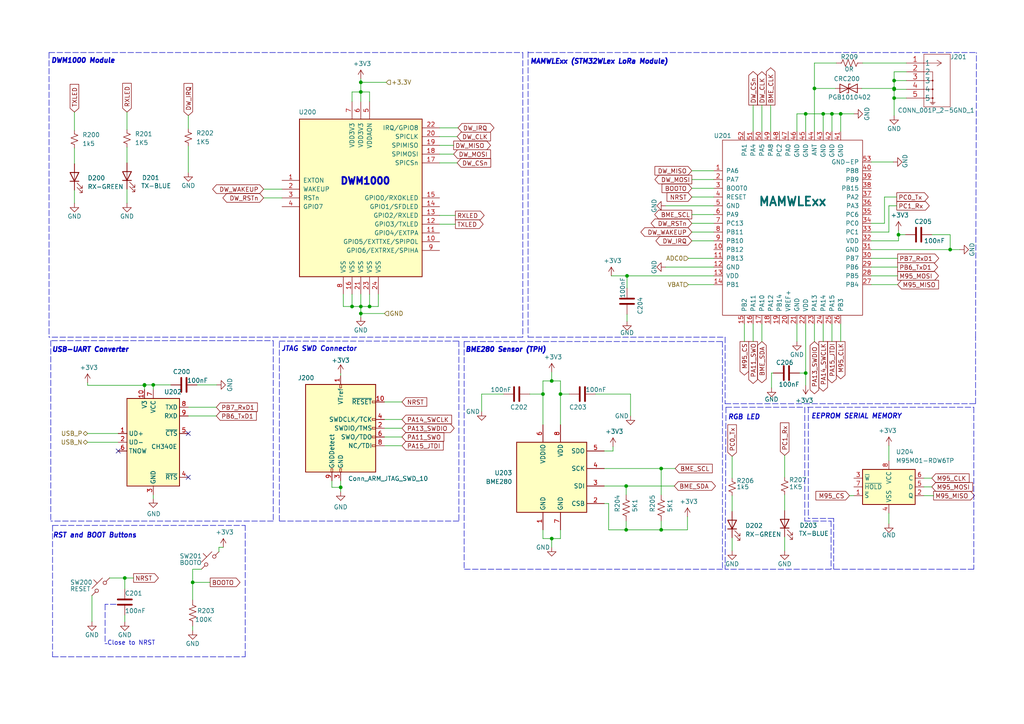
<source format=kicad_sch>
(kicad_sch (version 20211123) (generator eeschema)
  (paper "A4")
  (lib_symbols
    (symbol "Connector:Conn_ARM_JTAG_SWD_10" (pin_names (offset 1.016))
      (property "Reference" "J" (at -2.54 16.51 0))
      (property "Value" "Conn_ARM_JTAG_SWD_10" (at -2.54 13.97 0))
      (symbol "Conn_ARM_JTAG_SWD_10_1_1"
        (pin power_in line (at 0 15.24 270) (length 2.54) (name "VTref") (number "1"))
        (pin open_collector line (at 12.7 7.62 180) (length 2.54) (name "~{RESET}") (number "10"))
        (pin bidirectional line (at 12.7 0 180) (length 2.54) (name "SWDIO/TMS") (number "2"))
        (pin power_in line (at 0 -15.24 90) (length 2.54) (name "GND") (number "3"))
        (pin output line (at 12.7 2.54 180) (length 2.54) (name "SWDCLK/TCK") (number "4"))
        (pin passive line (at 0 -15.24 90) (length 2.54) hide (name "GND") (number "5"))
        (pin input line (at 12.7 -2.54 180) (length 2.54) (name "SWO/TDO") (number "6"))
        (pin no_connect line (at -10.16 0 0) (length 2.54) hide (name "KEY") (number "7"))
        (pin output line (at 12.7 -5.08 180) (length 2.54) (name "NC/TDI") (number "8"))
        (pin passive line (at -2.54 -15.24 90) (length 2.54) (name "GNDDetect") (number "9"))
      )
    )
    (symbol "Device:C" (pin_numbers hide) (pin_names (offset 0.254))
      (property "Reference" "C" (at 0.635 2.54 0))
      (property "Value" "C" (at 0.635 -2.54 0))
      (symbol "C_1_1"
        (pin passive line (at 0 3.81 270) (length 2.794) (name "~") (number "1"))
        (pin passive line (at 0 -3.81 90) (length 2.794) (name "~") (number "2"))
      )
    )
    (symbol "Device:LED" (pin_numbers hide) (pin_names (offset 1.016) hide)
      (property "Reference" "D" (at 0 2.54 0))
      (property "Value" "LED" (at 0 -2.54 0))
      (symbol "LED_1_1"
        (pin passive line (at -3.81 0 0) (length 2.54) (name "K") (number "1"))
        (pin passive line (at 3.81 0 180) (length 2.54) (name "A") (number "2"))
      )
    )
    (symbol "Device:R_Small_US" (pin_numbers hide) (pin_names (offset 0.254) hide)
      (property "Reference" "R" (at 0.762 0.508 0))
      (property "Value" "R_Small_US" (at 0.762 -1.016 0))
      (symbol "R_Small_US_1_1"
        (pin passive line (at 0 2.54 270) (length 1.016) (name "~") (number "1"))
        (pin passive line (at 0 -2.54 90) (length 1.016) (name "~") (number "2"))
      )
    )
    (symbol "Device:R_US" (pin_numbers hide) (pin_names (offset 0))
      (property "Reference" "R" (at 2.54 0 90))
      (property "Value" "R_US" (at -2.54 0 90))
      (symbol "R_US_1_1"
        (pin passive line (at 0 3.81 270) (length 1.27) (name "~") (number "1"))
        (pin passive line (at 0 -3.81 90) (length 1.27) (name "~") (number "2"))
      )
    )
    (symbol "Diode:ESD9B5.0ST5G" (pin_numbers hide) (pin_names (offset 1.016) hide)
      (property "Reference" "D" (at 0 2.54 0))
      (property "Value" "ESD9B5.0ST5G" (at 0 -2.54 0))
      (symbol "ESD9B5.0ST5G_1_1"
        (pin passive line (at -3.81 0 0) (length 2.54) (name "A1") (number "1"))
        (pin passive line (at 3.81 0 180) (length 2.54) (name "A2") (number "2"))
      )
    )
    (symbol "Interface_USB:CH340E"
      (property "Reference" "U" (at -5.08 13.97 0))
      (property "Value" "CH340E" (at 1.27 13.97 0))
      (symbol "CH340E_1_1"
        (pin bidirectional line (at -10.16 2.54 0) (length 2.54) (name "UD+") (number "1"))
        (pin passive line (at -2.54 15.24 270) (length 2.54) (name "V3") (number "10"))
        (pin bidirectional line (at -10.16 0 0) (length 2.54) (name "UD-") (number "2"))
        (pin power_in line (at 0 -15.24 90) (length 2.54) (name "GND") (number "3"))
        (pin output line (at 10.16 -10.16 180) (length 2.54) (name "~{RTS}") (number "4"))
        (pin input line (at 10.16 2.54 180) (length 2.54) (name "~{CTS}") (number "5"))
        (pin output line (at -10.16 -2.54 0) (length 2.54) (name "TNOW") (number "6"))
        (pin power_in line (at 0 15.24 270) (length 2.54) (name "VCC") (number "7"))
        (pin output line (at 10.16 10.16 180) (length 2.54) (name "TXD") (number "8"))
        (pin input line (at 10.16 7.62 180) (length 2.54) (name "RXD") (number "9"))
      )
    )
    (symbol "Memory_EEPROM:M95256-WMN6P"
      (property "Reference" "U" (at -7.62 6.35 0))
      (property "Value" "M95256-WMN6P" (at 2.54 -6.35 0))
      (symbol "M95256-WMN6P_1_1"
        (pin input line (at -10.16 -2.54 0) (length 2.54) (name "~{S}") (number "1"))
        (pin output line (at 10.16 -2.54 180) (length 2.54) (name "Q") (number "2"))
        (pin input line (at -10.16 2.54 0) (length 2.54) (name "~{W}") (number "3"))
        (pin power_in line (at 0 -7.62 90) (length 2.54) (name "VSS") (number "4"))
        (pin input line (at 10.16 0 180) (length 2.54) (name "D") (number "5"))
        (pin input line (at 10.16 2.54 180) (length 2.54) (name "C") (number "6"))
        (pin input line (at -10.16 0 0) (length 2.54) (name "~{HOLD}") (number "7"))
        (pin power_in line (at 0 7.62 270) (length 2.54) (name "VCC") (number "8"))
      )
    )
    (symbol "RF_Module:DWM1000" (pin_names (offset 1.016))
      (property "Reference" "DWM" (at 7.62 25.4 0))
      (property "Value" "DWM1000" (at 1.27 3.81 0))
      (symbol "DWM1000_1_1"
        (pin output line (at -22.86 5.08 0) (length 5.08) (name "EXTON") (number "1"))
        (pin bidirectional line (at 22.86 -12.7 180) (length 5.08) (name "GPIO5/EXTTXE/SPIPOL") (number "10"))
        (pin bidirectional line (at 22.86 -10.16 180) (length 5.08) (name "GPIO4/EXTPA") (number "11"))
        (pin bidirectional line (at 22.86 -7.62 180) (length 5.08) (name "GPIO3/TXLED") (number "12"))
        (pin bidirectional line (at 22.86 -5.08 180) (length 5.08) (name "GPIO2/RXLED") (number "13"))
        (pin bidirectional line (at 22.86 -2.54 180) (length 5.08) (name "GPIO1/SFDLED") (number "14"))
        (pin bidirectional line (at 22.86 0 180) (length 5.08) (name "GPIO0/RXOKLED") (number "15"))
        (pin power_in line (at -2.54 -27.94 90) (length 5.08) (name "VSS") (number "16"))
        (pin input line (at 22.86 10.16 180) (length 5.08) (name "SPICSn") (number "17"))
        (pin input line (at 22.86 12.7 180) (length 5.08) (name "SPIMOSI") (number "18"))
        (pin output line (at 22.86 15.24 180) (length 5.08) (name "SPIMISO") (number "19"))
        (pin bidirectional line (at -22.86 2.54 0) (length 5.08) (name "WAKEUP") (number "2"))
        (pin input line (at 22.86 17.78 180) (length 5.08) (name "SPICLK") (number "20"))
        (pin power_in line (at 0 -27.94 90) (length 5.08) (name "VSS") (number "21"))
        (pin bidirectional line (at 22.86 20.32 180) (length 5.08) (name "IRQ/GPIO8") (number "22"))
        (pin power_in line (at 2.54 -27.94 90) (length 5.08) (name "VSS") (number "23"))
        (pin power_in line (at 5.08 -27.94 90) (length 5.08) (name "VSS") (number "24"))
        (pin bidirectional line (at -22.86 0 0) (length 5.08) (name "RSTn") (number "3"))
        (pin bidirectional line (at -22.86 -2.54 0) (length 5.08) (name "GPIO7") (number "4"))
        (pin power_in line (at 2.54 27.94 270) (length 5.08) (name "VDDAON") (number "5"))
        (pin power_in line (at 0 27.94 270) (length 5.08) (name "VDD3V3") (number "6"))
        (pin power_in line (at -2.54 27.94 270) (length 5.08) (name "VDD3V3") (number "7"))
        (pin power_in line (at -5.08 -27.94 90) (length 5.08) (name "VSS") (number "8"))
        (pin bidirectional line (at 22.86 -15.24 180) (length 5.08) (name "GPIO6/EXTRXE/SPIHA") (number "9"))
      )
    )
    (symbol "Sensor:BME280"
      (property "Reference" "U" (at -8.89 11.43 0))
      (property "Value" "BME280" (at 7.62 11.43 0))
      (symbol "BME280_1_1"
        (pin power_in line (at -2.54 -15.24 90) (length 5.08) (name "GND") (number "1"))
        (pin input line (at 15.24 -7.62 180) (length 5.08) (name "CSB") (number "2"))
        (pin bidirectional line (at 15.24 -2.54 180) (length 5.08) (name "SDI") (number "3"))
        (pin input line (at 15.24 2.54 180) (length 5.08) (name "SCK") (number "4"))
        (pin bidirectional line (at 15.24 7.62 180) (length 5.08) (name "SDO") (number "5"))
        (pin power_in line (at -2.54 15.24 270) (length 5.08) (name "VDDIO") (number "6"))
        (pin power_in line (at 2.54 -15.24 90) (length 5.08) (name "GND") (number "7"))
        (pin power_in line (at 2.54 15.24 270) (length 5.08) (name "VDD") (number "8"))
      )
    )
    (symbol "Switch:SW_Push_45deg" (pin_numbers hide) (pin_names (offset 1.016) hide)
      (property "Reference" "SW" (at 3.048 1.016 0))
      (property "Value" "SW_Push_45deg" (at 0 -3.81 0))
      (symbol "SW_Push_45deg_0_1"
        (pin passive line (at -2.54 2.54 0) (length 0) (name "1") (number "1"))
        (pin passive line (at 2.54 -2.54 180) (length 0) (name "2") (number "2"))
      )
    )
    (symbol "power:+3.3V" (power) (pin_names (offset 0))
      (property "Value" "+3.3V" (at 0 3.556 0))
      (symbol "+3.3V_1_1"
        (pin power_in line (at 0 0 90) (length 0) hide (name "+3V3") (number "1"))
      )
    )
    (symbol "power:GND" (power) (pin_names (offset 0))
      (property "Value" "GND" (at 0 -3.81 0))
      (symbol "GND_1_1"
        (pin power_in line (at 0 0 270) (length 0) hide (name "GND") (number "1"))
      )
    )
    (symbol "sma-142-0701-851:CONN_001P_2-5GND_1" (pin_names (offset 0.254))
      (property "Reference" "J" (at 8.89 6.35 0))
      (property "Value" "CONN_001P_2-5GND_1" (at 10.16 -5.08 0))
      (symbol "CONN_001P_2-5GND_1_1_1"
        (pin unspecified line (at 0 0 0) (length 5.08) (name "1") (number "1"))
        (pin unspecified line (at 0 -2.54 0) (length 5.08) (name "2") (number "2"))
        (pin unspecified line (at 0 -5.08 0) (length 5.08) (name "3") (number "3"))
        (pin unspecified line (at 0 -7.62 0) (length 5.08) (name "4") (number "4"))
        (pin unspecified line (at 0 -10.16 0) (length 5.08) (name "5") (number "5"))
      )
    )
    (symbol "stm32wl-lib-v1:MAMWLExx" (pin_names (offset 1.016))
      (property "Reference" "U" (at -1.27 1.27 0))
      (property "Value" "MAMWLExx" (at 22.86 -33.02 0))
      (symbol "MAMWLExx_0_0"
        (pin passive line (at 0 0 0) (length 2.54) (name "PA6") (number "1"))
        (pin passive line (at 0 -22.86 0) (length 2.54) (name "PB12") (number "10"))
        (pin passive line (at 0 -25.4 0) (length 2.54) (name "PB13") (number "11"))
        (pin power_in line (at 0 -27.94 0) (length 2.54) (name "GND") (number "12"))
        (pin power_in line (at 0 -30.48 0) (length 2.54) (name "VDD") (number "13"))
        (pin passive line (at 0 -33.02 0) (length 2.54) (name "PB1") (number "14"))
        (pin passive line (at 8.89 -44.45 90) (length 2.54) (name "PB2") (number "15"))
        (pin passive line (at 11.43 -44.45 90) (length 2.54) (name "PA11") (number "16"))
        (pin passive line (at 13.97 -44.45 90) (length 2.54) (name "PA10") (number "17"))
        (pin passive line (at 16.51 -44.45 90) (length 2.54) (name "PA12") (number "18"))
        (pin passive line (at 19.05 -44.45 90) (length 2.54) (name "PB14") (number "19"))
        (pin passive line (at 0 -2.54 0) (length 2.54) (name "PA7") (number "2"))
        (pin passive line (at 21.59 -44.45 90) (length 2.54) (name "VREF+") (number "20"))
        (pin power_in line (at 24.13 -44.45 90) (length 2.54) (name "GND") (number "21"))
        (pin power_in line (at 26.67 -44.45 90) (length 2.54) (name "VDD") (number "22"))
        (pin passive line (at 29.21 -44.45 90) (length 2.54) (name "PA13") (number "23"))
        (pin passive line (at 31.75 -44.45 90) (length 2.54) (name "PA14") (number "24"))
        (pin passive line (at 34.29 -44.45 90) (length 2.54) (name "PA15") (number "25"))
        (pin passive line (at 36.83 -44.45 90) (length 2.54) (name "PB3") (number "26"))
        (pin passive line (at 45.72 -33.02 180) (length 2.54) (name "PB4") (number "27"))
        (pin passive line (at 45.72 -30.48 180) (length 2.54) (name "PB5") (number "28"))
        (pin passive line (at 45.72 -27.94 180) (length 2.54) (name "PB6") (number "29"))
        (pin passive line (at 0 -5.08 0) (length 2.54) (name "BOOT0") (number "3"))
        (pin passive line (at 45.72 -25.4 180) (length 2.54) (name "PB7") (number "30"))
        (pin power_in line (at 45.72 -22.86 180) (length 2.54) (name "GND") (number "31"))
        (pin power_in line (at 45.72 -20.32 180) (length 2.54) (name "VDD") (number "32"))
        (pin passive line (at 45.72 -17.78 180) (length 2.54) (name "PC1") (number "33"))
        (pin passive line (at 45.72 -15.24 180) (length 2.54) (name "PC0") (number "34"))
        (pin passive line (at 45.72 -12.7 180) (length 2.54) (name "PC6") (number "35"))
        (pin passive line (at 45.72 -10.16 180) (length 2.54) (name "PA3") (number "36"))
        (pin passive line (at 45.72 -7.62 180) (length 2.54) (name "PA2") (number "37"))
        (pin passive line (at 45.72 -5.08 180) (length 2.54) (name "PB15") (number "38"))
        (pin passive line (at 45.72 -2.54 180) (length 2.54) (name "PB9") (number "39"))
        (pin passive line (at 0 -7.62 0) (length 2.54) (name "RESET") (number "4"))
        (pin passive line (at 45.72 0 180) (length 2.54) (name "PB8") (number "40"))
        (pin power_in line (at 36.83 11.43 270) (length 2.54) (name "GND") (number "41"))
        (pin power_in line (at 34.29 11.43 270) (length 2.54) (name "GND") (number "42"))
        (pin power_in line (at 31.75 11.43 270) (length 2.54) (name "GND") (number "43"))
        (pin passive line (at 29.21 11.43 270) (length 2.54) (name "ANT") (number "44"))
        (pin power_in line (at 26.67 11.43 270) (length 2.54) (name "GND") (number "45"))
        (pin power_in line (at 24.13 11.43 270) (length 2.54) (name "GND") (number "46"))
        (pin passive line (at 21.59 11.43 270) (length 2.54) (name "PA0") (number "47"))
        (pin passive line (at 19.05 11.43 270) (length 2.54) (name "PC2") (number "48"))
        (pin passive line (at 16.51 11.43 270) (length 2.54) (name "PA8") (number "49"))
        (pin power_in line (at 0 -10.16 0) (length 2.54) (name "GND") (number "5"))
        (pin passive line (at 13.97 11.43 270) (length 2.54) (name "PA5") (number "50"))
        (pin passive line (at 11.43 11.43 270) (length 2.54) (name "PA4") (number "51"))
        (pin passive line (at 8.89 11.43 270) (length 2.54) (name "PA1") (number "52"))
        (pin power_in line (at 45.72 2.54 180) (length 2.54) (name "GND-EP") (number "53"))
        (pin power_in line (at 45.72 2.54 180) (length 2.54) hide (name "GND-EP") (number "54"))
        (pin power_in line (at 45.72 2.54 180) (length 2.54) hide (name "GND-EP") (number "55"))
        (pin power_in line (at 45.72 2.54 180) (length 2.54) hide (name "GND-EP") (number "56"))
        (pin power_in line (at 45.72 2.54 180) (length 2.54) hide (name "GND-EP") (number "57"))
        (pin power_in line (at 45.72 2.54 180) (length 2.54) hide (name "GND-EP") (number "58"))
        (pin power_in line (at 45.72 2.54 180) (length 2.54) hide (name "GND-EP") (number "59"))
        (pin passive line (at 0 -12.7 0) (length 2.54) (name "PA9") (number "6"))
        (pin power_in line (at 45.72 2.54 180) (length 2.54) hide (name "GND-EP") (number "60"))
        (pin power_in line (at 45.72 2.54 180) (length 2.54) hide (name "GND-EP") (number "61"))
        (pin power_in line (at 45.72 2.54 180) (length 2.54) hide (name "GND-EP") (number "62"))
        (pin power_in line (at 45.72 2.54 180) (length 2.54) hide (name "GND-EP") (number "63"))
        (pin power_in line (at 45.72 2.54 180) (length 2.54) hide (name "GND-EP") (number "64"))
        (pin power_in line (at 45.72 2.54 180) (length 2.54) hide (name "GND-EP") (number "65"))
        (pin power_in line (at 45.72 2.54 180) (length 2.54) hide (name "GND-EP") (number "66"))
        (pin passive line (at 0 -15.24 0) (length 2.54) (name "PC13") (number "7"))
        (pin passive line (at 0 -17.78 0) (length 2.54) (name "PB11") (number "8"))
        (pin passive line (at 0 -20.32 0) (length 2.54) (name "PB10") (number "9"))
      )
    )
  )
  (junction (at 243.84 33.02))
  (junction (at 275.59 72.39))
  (junction (at 41.91 111.76))
  (junction (at 104.648 88.9))
  (junction (at 98.806 141.351))
  (junction (at 233.68 108.204))
  (junction (at 162.56 114.3))
  (junction (at 241.3 33.02))
  (junction (at 41.91 111.633))
  (junction (at 191.77 153.67))
  (junction (at 36.195 167.64))
  (junction (at 157.48 114.3))
  (junction (at 191.77 135.89))
  (junction (at 233.68 33.02))
  (junction (at 104.648 26.67))
  (junction (at 104.648 23.876))
  (junction (at 104.648 90.932))
  (junction (at 259.334 23.368))
  (junction (at 181.61 140.97))
  (junction (at 238.76 33.02))
  (junction (at 259.334 25.908))
  (junction (at 259.334 25.654))
  (junction (at 260.604 68.072))
  (junction (at 107.188 88.9))
  (junction (at 236.22 25.654))
  (junction (at 102.108 88.9))
  (junction (at 181.61 153.67))
  (junction (at 44.45 111.633))
  (junction (at 55.88 168.91))
  (junction (at 181.864 80.01))
  (junction (at 259.334 28.448))
  (junction (at 160.02 156.21))
  (junction (at 160.02 110.49))
  (no_connect (at 54.61 125.73))
  (no_connect (at 54.61 138.43))
  (no_connect (at 34.29 130.81))
  (polyline (pts (xy 282.448 118.11) (xy 282.448 165.1)))
  (polyline (pts (xy 282.448 165.1) (xy 241.808 165.1)))
  (wire (pts (xy 157.48 114.3) (xy 157.48 123.19)))
  (wire (pts (xy 160.02 110.49) (xy 157.48 110.49)))
  (polyline (pts (xy 153.162 14.986) (xy 153.162 97.79)))
  (wire (pts (xy 181.61 140.97) (xy 181.61 143.51)))
  (wire (pts (xy 243.84 33.02) (xy 247.65 33.02)))
  (wire (pts (xy 41.91 111.76) (xy 41.91 111.633)))
  (wire (pts (xy 257.81 148.844) (xy 257.81 151.892)))
  (polyline (pts (xy 210.312 97.79) (xy 210.312 117.094)))
  (wire (pts (xy 250.19 18.288) (xy 262.89 18.288)))
  (wire (pts (xy 231.14 33.02) (xy 233.68 33.02)))
  (wire (pts (xy 200.66 49.53) (xy 207.01 49.53)))
  (wire (pts (xy 175.26 135.89) (xy 191.77 135.89)))
  (polyline (pts (xy 282.956 117.094) (xy 282.956 97.79)))
  (wire (pts (xy 76.454 54.864) (xy 81.788 54.864)))
  (wire (pts (xy 102.108 26.67) (xy 104.648 26.67)))
  (wire (pts (xy 199.39 153.67) (xy 191.77 153.67)))
  (wire (pts (xy 175.26 130.81) (xy 177.8 130.81)))
  (wire (pts (xy 139.7 114.3) (xy 146.05 114.3)))
  (wire (pts (xy 139.7 119.38) (xy 139.7 114.3)))
  (wire (pts (xy 111.506 121.666) (xy 116.586 121.666)))
  (wire (pts (xy 104.648 22.86) (xy 104.648 23.876)))
  (wire (pts (xy 260.604 68.072) (xy 260.604 66.802)))
  (polyline (pts (xy 30.48 175.26) (xy 30.48 186.69)))
  (wire (pts (xy 60.96 168.91) (xy 55.88 168.91)))
  (wire (pts (xy 99.568 88.9) (xy 102.108 88.9)))
  (wire (pts (xy 55.88 165.1) (xy 55.88 168.91)))
  (polyline (pts (xy 210.312 117.094) (xy 282.956 117.094)))
  (wire (pts (xy 177.292 80.01) (xy 181.864 80.01)))
  (wire (pts (xy 175.26 140.97) (xy 181.61 140.97)))
  (wire (pts (xy 236.22 18.288) (xy 236.22 25.654)))
  (polyline (pts (xy 14.224 15.24) (xy 14.224 97.79)))
  (polyline (pts (xy 15.24 152.4) (xy 71.12 152.4)))
  (polyline (pts (xy 282.956 97.79) (xy 283.21 15.24)))
  (wire (pts (xy 238.76 38.1) (xy 238.76 33.02)))
  (wire (pts (xy 109.728 88.9) (xy 107.188 88.9)))
  (polyline (pts (xy 14.732 98.806) (xy 14.732 151.13)))
  (wire (pts (xy 54.61 33.528) (xy 54.61 37.338)))
  (wire (pts (xy 243.84 33.02) (xy 243.84 38.1)))
  (wire (pts (xy 58.42 165.1) (xy 55.88 165.1)))
  (wire (pts (xy 181.61 153.67) (xy 181.61 151.13)))
  (wire (pts (xy 96.266 139.446) (xy 96.266 141.351)))
  (wire (pts (xy 233.68 38.1) (xy 233.68 33.02)))
  (wire (pts (xy 41.91 113.03) (xy 41.91 111.76)))
  (polyline (pts (xy 234.188 118.11) (xy 282.448 118.11)))
  (wire (pts (xy 246.38 143.764) (xy 247.65 143.764)))
  (wire (pts (xy 236.22 18.288) (xy 242.57 18.288)))
  (wire (pts (xy 36.195 178.435) (xy 36.195 180.34)))
  (wire (pts (xy 257.81 67.31) (xy 257.81 59.69)))
  (wire (pts (xy 182.88 114.3) (xy 172.72 114.3)))
  (wire (pts (xy 41.91 111.633) (xy 44.45 111.633)))
  (wire (pts (xy 162.56 153.67) (xy 162.56 156.21)))
  (wire (pts (xy 127.508 37.084) (xy 132.842 37.084)))
  (wire (pts (xy 191.77 153.67) (xy 181.61 153.67)))
  (wire (pts (xy 252.73 80.01) (xy 260.35 80.01)))
  (wire (pts (xy 200.66 62.23) (xy 207.01 62.23)))
  (wire (pts (xy 111.506 126.746) (xy 116.586 126.746)))
  (wire (pts (xy 259.334 25.654) (xy 259.334 25.908)))
  (wire (pts (xy 252.73 67.31) (xy 257.81 67.31)))
  (wire (pts (xy 55.88 168.91) (xy 55.88 173.99)))
  (polyline (pts (xy 210.566 118.11) (xy 231.902 118.11)))
  (polyline (pts (xy 241.808 150.368) (xy 234.442 150.368)))
  (polyline (pts (xy 133.096 151.13) (xy 81.026 151.13)))
  (wire (pts (xy 193.04 77.47) (xy 207.01 77.47)))
  (wire (pts (xy 252.73 72.39) (xy 275.59 72.39)))
  (wire (pts (xy 252.73 64.77) (xy 256.54 64.77)))
  (wire (pts (xy 191.77 135.89) (xy 191.77 143.51)))
  (wire (pts (xy 275.59 68.072) (xy 275.59 72.39)))
  (wire (pts (xy 104.648 26.67) (xy 104.648 29.464)))
  (wire (pts (xy 181.61 140.97) (xy 195.58 140.97)))
  (polyline (pts (xy 81.026 151.13) (xy 81.026 98.933)))
  (wire (pts (xy 98.806 108.331) (xy 98.806 108.966)))
  (wire (pts (xy 275.59 72.39) (xy 278.384 72.39)))
  (wire (pts (xy 127.508 42.164) (xy 131.572 42.164)))
  (wire (pts (xy 160.02 110.49) (xy 162.56 110.49)))
  (wire (pts (xy 259.334 25.908) (xy 262.89 25.908)))
  (polyline (pts (xy 151.638 97.79) (xy 14.224 97.79)))
  (polyline (pts (xy 233.426 151.13) (xy 241.046 151.13)))
  (wire (pts (xy 191.77 151.13) (xy 191.77 153.67)))
  (wire (pts (xy 252.73 82.55) (xy 260.35 82.55)))
  (wire (pts (xy 157.48 156.21) (xy 160.02 156.21)))
  (polyline (pts (xy 134.62 99.06) (xy 209.55 99.06)))
  (wire (pts (xy 49.53 111.633) (xy 44.45 111.633)))
  (wire (pts (xy 257.81 59.69) (xy 260.096 59.69)))
  (wire (pts (xy 241.3 33.02) (xy 243.84 33.02)))
  (wire (pts (xy 227.584 155.702) (xy 227.584 159.766)))
  (wire (pts (xy 227.584 132.08) (xy 227.584 138.43)))
  (wire (pts (xy 181.864 91.186) (xy 181.864 93.218)))
  (polyline (pts (xy 79.248 151.13) (xy 14.732 151.13)))
  (polyline (pts (xy 153.162 97.79) (xy 210.312 97.79)))
  (polyline (pts (xy 134.62 99.06) (xy 134.62 165.1)))
  (wire (pts (xy 165.1 114.3) (xy 162.56 114.3)))
  (polyline (pts (xy 210.566 118.11) (xy 210.312 165.1)))
  (wire (pts (xy 104.648 85.344) (xy 104.648 88.9)))
  (polyline (pts (xy 14.986 98.806) (xy 79.248 98.806)))
  (wire (pts (xy 252.73 77.47) (xy 260.35 77.47)))
  (wire (pts (xy 223.774 108.204) (xy 223.774 112.522)))
  (wire (pts (xy 199.644 82.55) (xy 207.01 82.55)))
  (wire (pts (xy 231.902 108.204) (xy 233.68 108.204)))
  (wire (pts (xy 252.73 69.85) (xy 260.604 69.85)))
  (wire (pts (xy 36.83 42.672) (xy 36.83 47.244)))
  (wire (pts (xy 102.108 29.464) (xy 102.108 26.67)))
  (wire (pts (xy 44.45 111.633) (xy 44.45 113.03)))
  (polyline (pts (xy 71.12 190.5) (xy 71.12 152.4)))
  (polyline (pts (xy 133.096 98.933) (xy 133.096 151.13)))
  (polyline (pts (xy 153.162 15.24) (xy 283.21 15.24)))
  (wire (pts (xy 127.508 65.024) (xy 132.08 65.024)))
  (polyline (pts (xy 33.655 175.26) (xy 30.48 175.26)))
  (wire (pts (xy 259.334 28.448) (xy 259.334 33.528)))
  (wire (pts (xy 223.52 30.48) (xy 223.52 38.1)))
  (wire (pts (xy 63.5 158.75) (xy 64.77 158.75)))
  (wire (pts (xy 249.936 25.654) (xy 259.334 25.654)))
  (wire (pts (xy 104.648 23.876) (xy 112.014 23.876)))
  (wire (pts (xy 162.56 114.3) (xy 162.56 123.19)))
  (polyline (pts (xy 209.55 165.1) (xy 134.62 165.1)))
  (wire (pts (xy 238.76 33.02) (xy 241.3 33.02)))
  (wire (pts (xy 270.256 68.072) (xy 275.59 68.072)))
  (wire (pts (xy 25.4 128.27) (xy 34.29 128.27)))
  (wire (pts (xy 96.266 141.351) (xy 98.806 141.351)))
  (wire (pts (xy 111.506 129.286) (xy 116.586 129.286)))
  (wire (pts (xy 76.454 57.404) (xy 81.788 57.404)))
  (polyline (pts (xy 175.514 97.79) (xy 175.26 97.79)))
  (wire (pts (xy 200.66 57.15) (xy 207.01 57.15)))
  (wire (pts (xy 200.66 64.77) (xy 207.01 64.77)))
  (wire (pts (xy 257.81 129.286) (xy 257.81 133.604)))
  (polyline (pts (xy 241.046 151.13) (xy 241.046 165.1)))
  (wire (pts (xy 99.568 85.344) (xy 99.568 88.9)))
  (wire (pts (xy 215.9 93.98) (xy 215.9 99.06)))
  (wire (pts (xy 111.506 124.206) (xy 116.586 124.206)))
  (wire (pts (xy 102.108 88.9) (xy 104.648 88.9)))
  (polyline (pts (xy 231.14 118.11) (xy 233.426 118.11)))
  (wire (pts (xy 259.334 23.368) (xy 262.89 23.368)))
  (wire (pts (xy 200.66 54.61) (xy 207.01 54.61)))
  (wire (pts (xy 199.39 149.86) (xy 199.39 153.67)))
  (wire (pts (xy 241.3 93.98) (xy 241.3 99.06)))
  (wire (pts (xy 111.506 116.586) (xy 116.586 116.586)))
  (wire (pts (xy 104.648 88.9) (xy 104.648 90.932)))
  (wire (pts (xy 260.604 68.072) (xy 262.636 68.072)))
  (wire (pts (xy 127.508 39.624) (xy 132.588 39.624)))
  (wire (pts (xy 227.584 143.51) (xy 227.584 148.082)))
  (wire (pts (xy 199.644 74.93) (xy 207.01 74.93)))
  (wire (pts (xy 233.68 33.02) (xy 238.76 33.02)))
  (wire (pts (xy 200.66 67.31) (xy 207.01 67.31)))
  (wire (pts (xy 21.59 32.512) (xy 21.59 37.846)))
  (polyline (pts (xy 241.808 165.1) (xy 241.808 150.368)))
  (wire (pts (xy 212.344 155.956) (xy 212.344 159.766)))
  (wire (pts (xy 262.89 28.448) (xy 259.334 28.448)))
  (wire (pts (xy 231.14 38.1) (xy 231.14 33.02)))
  (wire (pts (xy 252.73 46.99) (xy 259.08 46.99)))
  (wire (pts (xy 26.67 172.72) (xy 26.67 180.34)))
  (polyline (pts (xy 209.55 99.06) (xy 209.55 165.1)))
  (wire (pts (xy 241.3 33.02) (xy 241.3 38.1)))
  (wire (pts (xy 193.04 59.69) (xy 207.01 59.69)))
  (wire (pts (xy 260.604 69.85) (xy 260.604 68.072)))
  (wire (pts (xy 238.76 93.98) (xy 238.76 99.06)))
  (wire (pts (xy 224.282 108.204) (xy 223.774 108.204)))
  (wire (pts (xy 200.66 52.07) (xy 207.01 52.07)))
  (wire (pts (xy 36.83 32.512) (xy 36.83 37.592)))
  (polyline (pts (xy 234.442 118.11) (xy 234.442 150.368)))
  (wire (pts (xy 104.648 90.932) (xy 104.648 91.948)))
  (polyline (pts (xy 30.48 186.69) (xy 31.115 186.69)))
  (wire (pts (xy 127.508 44.704) (xy 131.572 44.704)))
  (wire (pts (xy 176.53 146.05) (xy 176.53 153.67)))
  (wire (pts (xy 256.54 64.77) (xy 256.54 57.15)))
  (wire (pts (xy 162.56 114.3) (xy 162.56 110.49)))
  (wire (pts (xy 160.02 156.21) (xy 160.02 158.75)))
  (wire (pts (xy 162.56 156.21) (xy 160.02 156.21)))
  (wire (pts (xy 127.508 62.484) (xy 132.08 62.484)))
  (wire (pts (xy 220.98 93.98) (xy 220.98 99.06)))
  (wire (pts (xy 107.188 26.67) (xy 104.648 26.67)))
  (wire (pts (xy 259.334 25.908) (xy 259.334 28.448)))
  (wire (pts (xy 181.864 80.01) (xy 207.01 80.01)))
  (wire (pts (xy 212.344 143.764) (xy 212.344 148.336)))
  (wire (pts (xy 107.188 88.9) (xy 104.648 88.9)))
  (wire (pts (xy 236.22 93.98) (xy 236.22 99.06)))
  (wire (pts (xy 212.344 132.334) (xy 212.344 138.684)))
  (wire (pts (xy 25.4 110.998) (xy 25.4 111.76)))
  (wire (pts (xy 218.44 30.48) (xy 218.44 38.1)))
  (polyline (pts (xy 241.046 165.1) (xy 210.312 165.1)))
  (polyline (pts (xy 15.24 190.5) (xy 71.12 190.5)))
  (wire (pts (xy 256.54 57.15) (xy 260.096 57.15)))
  (wire (pts (xy 98.806 141.351) (xy 98.806 142.621)))
  (wire (pts (xy 233.68 93.98) (xy 233.68 108.204)))
  (wire (pts (xy 233.68 108.204) (xy 233.68 111.76)))
  (wire (pts (xy 160.02 107.95) (xy 160.02 110.49)))
  (wire (pts (xy 38.735 167.64) (xy 36.195 167.64)))
  (wire (pts (xy 236.22 25.654) (xy 236.22 38.1)))
  (wire (pts (xy 127.508 47.244) (xy 132.588 47.244)))
  (polyline (pts (xy 79.248 98.806) (xy 79.248 151.13)))
  (wire (pts (xy 54.61 118.11) (xy 62.738 118.11)))
  (polyline (pts (xy 151.638 15.24) (xy 151.638 97.79)))
  (wire (pts (xy 36.195 167.64) (xy 36.195 170.815)))
  (wire (pts (xy 176.53 153.67) (xy 181.61 153.67)))
  (wire (pts (xy 177.8 130.81) (xy 177.8 129.54)))
  (polyline (pts (xy 81.026 98.933) (xy 133.096 98.933)))
  (polyline (pts (xy 14.224 15.24) (xy 151.638 15.24)))
  (wire (pts (xy 54.61 120.65) (xy 62.738 120.65)))
  (polyline (pts (xy 15.24 152.4) (xy 15.24 190.5)))
  (wire (pts (xy 104.648 23.876) (xy 104.648 26.67)))
  (wire (pts (xy 259.334 23.368) (xy 259.334 25.654)))
  (wire (pts (xy 231.14 93.98) (xy 231.14 99.06)))
  (wire (pts (xy 267.97 138.684) (xy 270.256 138.684)))
  (wire (pts (xy 252.73 74.93) (xy 260.35 74.93)))
  (wire (pts (xy 262.89 20.828) (xy 259.334 20.828)))
  (wire (pts (xy 102.108 85.344) (xy 102.108 88.9)))
  (wire (pts (xy 182.88 120.65) (xy 182.88 114.3)))
  (wire (pts (xy 200.66 69.85) (xy 207.01 69.85)))
  (wire (pts (xy 157.48 153.67) (xy 157.48 156.21)))
  (polyline (pts (xy 233.426 118.11) (xy 233.426 151.13)))
  (wire (pts (xy 259.334 20.828) (xy 259.334 23.368)))
  (wire (pts (xy 44.45 143.51) (xy 44.45 144.653)))
  (wire (pts (xy 62.865 111.633) (xy 57.15 111.633)))
  (wire (pts (xy 25.4 125.73) (xy 34.29 125.73)))
  (wire (pts (xy 31.75 167.64) (xy 36.195 167.64)))
  (wire (pts (xy 63.5 160.02) (xy 63.5 158.75)))
  (wire (pts (xy 25.4 111.76) (xy 41.91 111.76)))
  (wire (pts (xy 107.188 29.464) (xy 107.188 26.67)))
  (wire (pts (xy 104.648 90.932) (xy 111.506 90.932)))
  (wire (pts (xy 243.84 93.98) (xy 243.84 99.06)))
  (wire (pts (xy 220.98 30.48) (xy 220.98 38.1)))
  (wire (pts (xy 54.61 42.418) (xy 54.61 50.038)))
  (wire (pts (xy 267.97 143.764) (xy 270.764 143.764)))
  (wire (pts (xy 36.83 54.864) (xy 36.83 58.928)))
  (wire (pts (xy 21.59 42.926) (xy 21.59 47.498)))
  (wire (pts (xy 21.59 55.118) (xy 21.59 58.928)))
  (wire (pts (xy 181.864 83.566) (xy 181.864 80.01)))
  (wire (pts (xy 242.316 25.654) (xy 236.22 25.654)))
  (wire (pts (xy 157.48 110.49) (xy 157.48 114.3)))
  (wire (pts (xy 175.26 146.05) (xy 176.53 146.05)))
  (wire (pts (xy 157.48 114.3) (xy 153.67 114.3)))
  (wire (pts (xy 55.88 181.61) (xy 55.88 182.88)))
  (wire (pts (xy 98.806 139.446) (xy 98.806 141.351)))
  (wire (pts (xy 109.728 85.344) (xy 109.728 88.9)))
  (wire (pts (xy 107.188 85.344) (xy 107.188 88.9)))
  (wire (pts (xy 191.77 135.89) (xy 195.834 135.89)))
  (wire (pts (xy 218.44 93.98) (xy 218.44 99.06)))
  (wire (pts (xy 267.97 141.224) (xy 270.256 141.224)))
  (text "DWM1000 Module" (at 14.732 18.542 0) (effects (font (size 1.397 1.397) (thickness 0.4013) bold italic) (justify left bottom)))
  (text "Close to NRST" (at 45.085 187.325 180) (effects (font (size 1.27 1.27)) (justify right bottom)))
  (text "DWM1000" (at 98.552 53.848 0) (effects (font (size 1.9972 1.9972) (thickness 0.5994) bold) (justify left bottom)))
  (text "RGB LED" (at 211.074 121.92 0) (effects (font (size 1.397 1.397) (thickness 0.2794) bold italic) (justify left bottom)))
  (text "JTAG SWD Connector" (at 81.534 102.108 0) (effects (font (size 1.397 1.397) (thickness 0.2794) bold italic) (justify left bottom)))
  (text "USB-UART Converter" (at 14.986 102.362 0) (effects (font (size 1.397 1.397) (thickness 0.4013) bold italic) (justify left bottom)))
  (text "BME280 Sensor (TPH)" (at 134.874 102.362 0) (effects (font (size 1.397 1.397) (thickness 0.4013) bold italic) (justify left bottom)))
  (text "MAMWLExx (STM32WLex LoRa Module)" (at 153.67 18.796 0) (effects (font (size 1.397 1.397) (thickness 0.4013) bold italic) (justify left bottom)))
  (text "RST and BOOT Buttons" (at 15.24 156.21 0) (effects (font (size 1.397 1.397) (thickness 0.2997) bold italic) (justify left bottom)))
  (text "EEPROM SERIAL MEMORY" (at 235.204 121.666 0) (effects (font (size 1.397 1.397) (thickness 0.2794) bold italic) (justify left bottom)))
  (global_label "DW_IRQ" (shape input) (at 54.61 33.528 90) (property "Intersheet References" "${INTERSHEET_REFS}" (effects hide)))
  (global_label "PA15_JTDI" (shape output) (at 241.3 99.06 270) (property "Intersheet References" "${INTERSHEET_REFS}" (effects hide)))
  (global_label "DW_CSn" (shape input) (at 132.588 47.244 0) (property "Intersheet References" "${INTERSHEET_REFS}" (effects hide)))
  (global_label "DW_MOSI" (shape output) (at 200.66 52.07 180) (property "Intersheet References" "${INTERSHEET_REFS}" (effects hide)))
  (global_label "PA11_SWO" (shape output) (at 218.44 99.06 270) (property "Intersheet References" "${INTERSHEET_REFS}" (effects hide)))
  (global_label "DW_MISO" (shape input) (at 200.66 49.53 180) (property "Intersheet References" "${INTERSHEET_REFS}" (effects hide)))
  (global_label "PC1_Rx" (shape input) (at 227.584 132.08 90) (property "Intersheet References" "${INTERSHEET_REFS}" (effects hide)))
  (global_label "NRST" (shape output) (at 38.735 167.64 0) (property "Intersheet References" "${INTERSHEET_REFS}" (effects hide)))
  (global_label "M95_CS" (shape input) (at 246.38 143.764 180) (property "Intersheet References" "${INTERSHEET_REFS}" (effects hide)))
  (global_label "PA13_SWDIO" (shape bidirectional) (at 116.586 124.206 0) (property "Intersheet References" "${INTERSHEET_REFS}" (effects hide)))
  (global_label "BME_CLK" (shape output) (at 223.52 30.48 90) (property "Intersheet References" "${INTERSHEET_REFS}" (effects hide)))
  (global_label "BME_SCL" (shape output) (at 200.66 62.23 180) (property "Intersheet References" "${INTERSHEET_REFS}" (effects hide)))
  (global_label "M95_CS" (shape output) (at 215.9 99.06 270) (property "Intersheet References" "${INTERSHEET_REFS}" (effects hide)))
  (global_label "M95_CLK" (shape output) (at 243.84 99.06 270) (property "Intersheet References" "${INTERSHEET_REFS}" (effects hide)))
  (global_label "PA14_SWCLK" (shape input) (at 116.586 121.666 0) (property "Intersheet References" "${INTERSHEET_REFS}" (effects hide)))
  (global_label "DW_RSTn" (shape bidirectional) (at 76.454 57.404 180) (property "Intersheet References" "${INTERSHEET_REFS}" (effects hide)))
  (global_label "M95_CLK" (shape input) (at 270.256 138.684 0) (property "Intersheet References" "${INTERSHEET_REFS}" (effects hide)))
  (global_label "PA11_SWO" (shape input) (at 116.586 126.746 0) (property "Intersheet References" "${INTERSHEET_REFS}" (effects hide)))
  (global_label "DW_CLK" (shape output) (at 220.98 30.48 90) (property "Intersheet References" "${INTERSHEET_REFS}" (effects hide)))
  (global_label "PA15_JTDI" (shape input) (at 116.586 129.286 0) (property "Intersheet References" "${INTERSHEET_REFS}" (effects hide)))
  (global_label "RXLED" (shape input) (at 36.83 32.512 90) (property "Intersheet References" "${INTERSHEET_REFS}" (effects hide)))
  (global_label "PC0_Tx" (shape output) (at 260.096 57.15 0) (property "Intersheet References" "${INTERSHEET_REFS}" (effects hide)))
  (global_label "DW_CSn" (shape output) (at 218.44 30.48 90) (property "Intersheet References" "${INTERSHEET_REFS}" (effects hide)))
  (global_label "DW_WAKEUP" (shape bidirectional) (at 76.454 54.864 180) (property "Intersheet References" "${INTERSHEET_REFS}" (effects hide)))
  (global_label "BME_SDA" (shape bidirectional) (at 195.58 140.97 0) (property "Intersheet References" "${INTERSHEET_REFS}" (effects hide)))
  (global_label "DW_CLK" (shape input) (at 132.588 39.624 0) (property "Intersheet References" "${INTERSHEET_REFS}" (effects hide)))
  (global_label "DW_IRQ" (shape bidirectional) (at 132.842 37.084 0) (property "Intersheet References" "${INTERSHEET_REFS}" (effects hide)))
  (global_label "PB6_TxD1" (shape output) (at 260.35 77.47 0) (property "Intersheet References" "${INTERSHEET_REFS}" (effects hide)))
  (global_label "DW_RSTn" (shape bidirectional) (at 200.66 64.77 180) (property "Intersheet References" "${INTERSHEET_REFS}" (effects hide)))
  (global_label "PC1_Rx" (shape output) (at 260.096 59.69 0) (property "Intersheet References" "${INTERSHEET_REFS}" (effects hide)))
  (global_label "NRST" (shape input) (at 116.586 116.586 0) (property "Intersheet References" "${INTERSHEET_REFS}" (effects hide)))
  (global_label "PB6_TxD1" (shape input) (at 62.738 120.65 0) (property "Intersheet References" "${INTERSHEET_REFS}" (effects hide)))
  (global_label "BOOTO" (shape output) (at 60.96 168.91 0) (property "Intersheet References" "${INTERSHEET_REFS}" (effects hide)))
  (global_label "BME_SCL" (shape input) (at 195.834 135.89 0) (property "Intersheet References" "${INTERSHEET_REFS}" (effects hide)))
  (global_label "RXLED" (shape output) (at 132.08 62.484 0) (property "Intersheet References" "${INTERSHEET_REFS}" (effects hide)))
  (global_label "DW_MOSI" (shape input) (at 131.572 44.704 0) (property "Intersheet References" "${INTERSHEET_REFS}" (effects hide)))
  (global_label "DW_WAKEUP" (shape bidirectional) (at 200.66 67.31 180) (property "Intersheet References" "${INTERSHEET_REFS}" (effects hide)))
  (global_label "M95_MOSI" (shape output) (at 260.35 80.01 0) (property "Intersheet References" "${INTERSHEET_REFS}" (effects hide)))
  (global_label "M95_MISO" (shape input) (at 260.35 82.55 0) (property "Intersheet References" "${INTERSHEET_REFS}" (effects hide)))
  (global_label "PC0_Tx" (shape input) (at 212.344 132.334 90) (property "Intersheet References" "${INTERSHEET_REFS}" (effects hide)))
  (global_label "TXLED" (shape input) (at 21.59 32.512 90) (property "Intersheet References" "${INTERSHEET_REFS}" (effects hide)))
  (global_label "NRST" (shape input) (at 200.66 57.15 180) (property "Intersheet References" "${INTERSHEET_REFS}" (effects hide)))
  (global_label "TXLED" (shape output) (at 132.08 65.024 0) (property "Intersheet References" "${INTERSHEET_REFS}" (effects hide)))
  (global_label "BME_SDA" (shape bidirectional) (at 220.98 99.06 270) (property "Intersheet References" "${INTERSHEET_REFS}" (effects hide)))
  (global_label "M95_MOSI" (shape input) (at 270.256 141.224 0) (property "Intersheet References" "${INTERSHEET_REFS}" (effects hide)))
  (global_label "PB7_RxD1" (shape output) (at 260.35 74.93 0) (property "Intersheet References" "${INTERSHEET_REFS}" (effects hide)))
  (global_label "PB7_RxD1" (shape input) (at 62.738 118.11 0) (property "Intersheet References" "${INTERSHEET_REFS}" (effects hide)))
  (global_label "DW_MISO" (shape output) (at 131.572 42.164 0) (property "Intersheet References" "${INTERSHEET_REFS}" (effects hide)))
  (global_label "PA13_SWDIO" (shape bidirectional) (at 236.22 99.06 270) (property "Intersheet References" "${INTERSHEET_REFS}" (effects hide)))
  (global_label "PA14_SWCLK" (shape output) (at 238.76 99.06 270) (property "Intersheet References" "${INTERSHEET_REFS}" (effects hide)))
  (global_label "BOOTO" (shape input) (at 200.66 54.61 180) (property "Intersheet References" "${INTERSHEET_REFS}" (effects hide)))
  (global_label "DW_IRQ" (shape bidirectional) (at 200.66 69.85 180) (property "Intersheet References" "${INTERSHEET_REFS}" (effects hide)))
  (global_label "M95_MISO" (shape output) (at 270.764 143.764 0) (property "Intersheet References" "${INTERSHEET_REFS}" (effects hide)))
  (hierarchical_label "GND" (shape input) (at 111.506 90.932 0))
  (hierarchical_label "+3.3V" (shape input) (at 112.014 23.876 0))
  (hierarchical_label "USB_N" (shape bidirectional) (at 25.4 128.27 180))
  (hierarchical_label "USB_P" (shape bidirectional) (at 25.4 125.73 180))
  (hierarchical_label "ADC0" (shape input) (at 199.644 74.93 180))
  (hierarchical_label "VBAT" (shape input) (at 199.644 82.55 180))
  (symbol (lib_id "RF_Module:DWM1000") (at 104.648 57.404 0) (unit 1)
    (property "Reference" "U200" (at 86.614 32.512 0) (effects (justify left)))
    (property "Value" "DWM1000" (effects hide))
    (property "Footprint" "RF_Module:DWM1000" (effects hide))
    (property "Datasheet" "https://www.decawave.com/sites/default/files/resources/dwm1000-datasheet-v1.3.pdf" (effects hide))
    (property "MPN" "DWM1000" (effects hide))
    (property "Manufacturer" "Qorvo" (effects hide))
  )
  (symbol (lib_id "power:+3.3V") (at 64.77 158.75 0) (unit 1)
    (property "Reference" "#PWR0163" (effects hide))
    (property "Value" "+3.3V" (at 65.151 154.3558 0))
  )
  (symbol (lib_id "Connector:Conn_ARM_JTAG_SWD_10") (at 98.806 124.206 0) (unit 1)
    (property "Reference" "J200" (at 91.186 109.601 0) (effects (justify right)))
    (property "Value" "Conn_ARM_JTAG_SWD_10" (at 124.206 138.811 0) (effects (justify right)))
    (property "Footprint" "Connector_PinHeader_1.27mm:PinHeader_2x05_P1.27mm_Vertical_SMD" (effects hide))
    (property "Datasheet" "http://infocenter.arm.com/help/topic/com.arm.doc.ddi0314h/DDI0314H_coresight_components_trm.pdf" (effects hide))
    (property "MPN" "20021121-00010C4LF" (effects hide))
    (property "Manufacturer" "Amphenol ICC" (effects hide))
  )
  (symbol (lib_id "power:GND") (at 223.774 112.522 0) (unit 1)
    (property "Reference" "#PWR0120" (effects hide))
    (property "Value" "GND" (at 223.774 115.824 0))
  )
  (symbol (lib_id "Device:R_Small_US") (at 36.83 40.132 0) (unit 1)
    (property "Reference" "R201" (at 39.116 38.8619 0) (effects (justify left)))
    (property "Value" "1K5" (at 39.116 41.4019 0) (effects (justify left)))
    (property "Footprint" "Resistor_SMD:R_0402_1005Metric" (effects hide))
    (property "MPN" "RC0402JR-071K5L" (effects hide))
    (property "Manufacturer" "Yageo" (effects hide))
  )
  (symbol (lib_id "Device:R_US") (at 191.77 147.32 0) (unit 1)
    (property "Reference" "R205" (at 189.23 148.59 90) (effects (justify left)))
    (property "Value" "5K1" (at 194.31 148.59 90) (effects (justify left)))
    (property "Footprint" "Resistor_SMD:R_0402_1005Metric" (effects hide))
    (property "MPN" "RC0402FR-075K1L" (effects hide))
    (property "Manufacturer" "Yageo" (effects hide))
  )
  (symbol (lib_id "power:+3.3V") (at 260.604 66.802 0) (unit 1)
    (property "Reference" "#PWR0126" (effects hide))
    (property "Value" "+3.3V" (at 260.985 62.4078 0))
  )
  (symbol (lib_id "Switch:SW_Push_45deg") (at 29.21 170.18 90) (unit 1)
    (property "Reference" "SW200" (at 20.32 168.91 90) (effects (justify right)))
    (property "Value" "RESET" (at 20.32 170.815 90) (effects (justify right)))
    (property "Footprint" "Button_Switch_SMD:SW_Push_1P1T_NO_Vertical_Wuerth_434133025816" (effects hide))
    (property "MPN" "434133025816" (effects hide))
    (property "Manufacturer" "Wurth Elektronik" (effects hide))
  )
  (symbol (lib_id "Diode:ESD9B5.0ST5G") (at 246.126 25.654 0) (unit 1)
    (property "Reference" "CRC200" (at 245.618 22.86 0))
    (property "Value" "PGB1010402" (at 246.38 28.194 0))
    (property "Footprint" "pgb1010402:PGB1010402KR" (effects hide))
    (property "MPN" "PGB1010402KR" (effects hide))
    (property "Manufacturer" "Littelfues Inc" (effects hide))
  )
  (symbol (lib_id "Device:C") (at 228.092 108.204 270) (unit 1)
    (property "Reference" "C206" (at 225.044 105.156 90) (effects (justify left)))
    (property "Value" "100nF" (at 225.806 111.506 90) (effects (justify left)))
    (property "Footprint" "Capacitor_SMD:C_0402_1005Metric" (effects hide))
    (property "MPN" "GRM155R61A104KA01D" (effects hide))
    (property "Manufacturer" "Murata Electronics" (effects hide))
  )
  (symbol (lib_id "power:+3.3V") (at 257.81 129.286 0) (mirror y) (unit 1)
    (property "Reference" "#PWR0170" (effects hide))
    (property "Value" "+3.3V" (at 257.429 124.8918 0))
  )
  (symbol (lib_id "power:GND") (at 36.195 180.34 0) (mirror y) (unit 1)
    (property "Reference" "#PWR0124" (effects hide))
    (property "Value" "GND" (at 36.195 184.15 0))
  )
  (symbol (lib_id "power:GND") (at 257.81 151.892 0) (unit 1)
    (property "Reference" "#PWR0169" (effects hide))
    (property "Value" "GND" (at 257.81 155.194 0))
  )
  (symbol (lib_id "power:GND") (at 160.02 158.75 0) (unit 1)
    (property "Reference" "#PWR0130" (effects hide))
    (property "Value" "GND" (at 157.48 158.75 0))
  )
  (symbol (lib_id "power:GND") (at 98.806 142.621 0) (unit 1)
    (property "Reference" "#PWR0107" (effects hide))
    (property "Value" "GND" (at 98.806 147.066 0))
  )
  (symbol (lib_id "power:+3.3V") (at 104.648 22.86 0) (unit 1)
    (property "Reference" "#PWR0110" (effects hide))
    (property "Value" "+3.3V" (at 105.029 18.4658 0))
  )
  (symbol (lib_id "power:GND") (at 278.384 72.39 90) (unit 1)
    (property "Reference" "#PWR0127" (effects hide))
    (property "Value" "GND" (at 281.94 72.39 0))
  )
  (symbol (lib_id "power:GND") (at 212.344 159.766 0) (unit 1)
    (property "Reference" "#PWR0168" (effects hide))
    (property "Value" "GND" (at 212.344 163.576 0))
  )
  (symbol (lib_id "power:GND") (at 193.04 59.69 270) (unit 1)
    (property "Reference" "#PWR0116" (effects hide))
    (property "Value" "GND" (at 189.738 59.69 0))
  )
  (symbol (lib_id "power:+3.3V") (at 98.806 108.331 0) (unit 1)
    (property "Reference" "#PWR0106" (effects hide))
    (property "Value" "+3.3V" (at 98.806 104.521 0))
  )
  (symbol (lib_id "power:+3.3V") (at 160.02 107.95 0) (unit 1)
    (property "Reference" "#PWR0111" (effects hide))
    (property "Value" "+3.3V" (at 160.401 103.5558 0))
  )
  (symbol (lib_id "Device:R_Small_US") (at 21.59 40.386 0) (unit 1)
    (property "Reference" "R200" (at 23.876 39.1159 0) (effects (justify left)))
    (property "Value" "1k5" (at 23.876 41.6559 0) (effects (justify left)))
    (property "Footprint" "Resistor_SMD:R_0402_1005Metric" (effects hide))
    (property "MPN" "RC0402JR-071K5L" (effects hide))
    (property "Manufacturer" "Yageo" (effects hide))
  )
  (symbol (lib_id "Device:LED") (at 21.59 51.308 90) (unit 1)
    (property "Reference" "D200" (at 25.4 51.6254 90) (effects (justify right)))
    (property "Value" "RX-GREEN" (at 25.4 54.1654 90) (effects (justify right)))
    (property "Footprint" "LED_SMD:LED_0603_1608Metric" (effects hide))
    (property "MPN" "LTST-C191KGKT" (effects hide))
    (property "Manufacturer" "Lite-On Inc" (effects hide))
  )
  (symbol (lib_id "power:GND") (at 139.7 119.38 0) (unit 1)
    (property "Reference" "#PWR0118" (effects hide))
    (property "Value" "GND" (at 137.16 119.38 0))
  )
  (symbol (lib_id "power:GND") (at 259.08 46.99 90) (unit 1)
    (property "Reference" "#PWR0129" (effects hide))
    (property "Value" "GND" (at 262.509 46.736 0))
  )
  (symbol (lib_id "Sensor:BME280") (at 160.02 138.43 0) (unit 1)
    (property "Reference" "U203" (at 148.59 137.1599 0) (effects (justify right)))
    (property "Value" "BME280" (at 148.59 139.6999 0) (effects (justify right)))
    (property "Footprint" "Package_LGA:Bosch_LGA-8_2.5x2.5mm_P0.65mm_ClockwisePinNumbering" (effects hide))
    (property "Datasheet" "https://ae-bst.resource.bosch.com/media/_tech/media/datasheets/BST-BME280-DS002.pdf" (effects hide))
    (property "MPN" "828-1063-2-ND" (effects hide))
    (property "Manufacturer" "Bosch Sensortec" (effects hide))
  )
  (symbol (lib_id "Device:R_US") (at 181.61 147.32 0) (unit 1)
    (property "Reference" "R204" (at 179.07 148.59 90) (effects (justify left)))
    (property "Value" "5K1" (at 184.15 148.59 90) (effects (justify left)))
    (property "Footprint" "Resistor_SMD:R_0402_1005Metric" (effects hide))
    (property "MPN" "RC0402FR-075K1L" (effects hide))
    (property "Manufacturer" "Yageo" (effects hide))
  )
  (symbol (lib_id "power:GND") (at 193.04 77.47 270) (unit 1)
    (property "Reference" "#PWR0117" (effects hide))
    (property "Value" "GND" (at 189.738 77.47 0))
  )
  (symbol (lib_id "Device:C") (at 266.446 68.072 270) (unit 1)
    (property "Reference" "C205" (at 265.176 64.262 90) (effects (justify left)))
    (property "Value" "100nF" (at 267.97 69.85 90) (effects (justify left)))
    (property "Footprint" "Capacitor_SMD:C_0402_1005Metric" (effects hide))
    (property "MPN" "GRM155R61A104KA01D" (effects hide))
    (property "Manufacturer" "Murata Electronics" (effects hide))
  )
  (symbol (lib_id "power:GND") (at 259.334 33.528 0) (unit 1)
    (property "Reference" "#PWR0171" (effects hide))
    (property "Value" "GND" (at 259.334 37.338 0))
  )
  (symbol (lib_id "power:GND") (at 182.88 120.65 0) (unit 1)
    (property "Reference" "#PWR0166" (effects hide))
    (property "Value" "GND" (at 180.34 120.65 0))
  )
  (symbol (lib_id "Device:LED") (at 212.344 152.146 90) (unit 1)
    (property "Reference" "D202" (at 216.154 152.4634 90) (effects (justify right)))
    (property "Value" "RX-GREEN" (at 216.154 155.0034 90) (effects (justify right)))
    (property "Footprint" "LED_SMD:LED_0603_1608Metric" (effects hide))
    (property "MPN" "LTST-C191KGKT" (effects hide))
    (property "Manufacturer" "Lite-On Inc" (effects hide))
  )
  (symbol (lib_id "Interface_USB:CH340E") (at 44.45 128.27 0) (unit 1)
    (property "Reference" "U202" (at 50.165 113.665 0))
    (property "Value" "CH340E" (at 47.625 129.54 0))
    (property "Footprint" "Package_SO:MSOP-10_3x3mm_P0.5mm" (effects hide))
    (property "Datasheet" "https://www.mpja.com/download/35227cpdata.pdf" (effects hide))
    (property "MPN" "COM-16278" (effects hide))
    (property "Manufacturer" "Sparkfun Electronics" (effects hide))
  )
  (symbol (lib_id "power:GND") (at 36.83 58.928 0) (unit 1)
    (property "Reference" "#PWR0113" (effects hide))
    (property "Value" "GND" (at 36.83 62.738 0))
  )
  (symbol (lib_id "power:GND") (at 21.59 58.928 0) (unit 1)
    (property "Reference" "#PWR0114" (effects hide))
    (property "Value" "GND" (at 21.59 62.738 0))
  )
  (symbol (lib_id "power:GND") (at 44.45 144.653 0) (unit 1)
    (property "Reference" "#PWR0122" (effects hide))
    (property "Value" "GND" (at 44.577 149.0472 0))
  )
  (symbol (lib_id "power:GND") (at 62.865 111.633 90) (unit 1)
    (property "Reference" "#PWR0109" (effects hide))
    (property "Value" "GND" (at 66.675 111.633 0))
  )
  (symbol (lib_id "power:GND") (at 54.61 50.038 0) (unit 1)
    (property "Reference" "#PWR0115" (effects hide))
    (property "Value" "GND" (at 54.61 53.848 0))
  )
  (symbol (lib_id "Device:LED") (at 227.584 151.892 90) (unit 1)
    (property "Reference" "D203" (at 231.902 152.4 90) (effects (justify right)))
    (property "Value" "TX-BLUE" (at 231.648 154.7494 90) (effects (justify right)))
    (property "Footprint" "LED_SMD:LED_0603_1608Metric" (effects hide))
    (property "MPN" "LTST-C191TBKT" (effects hide))
    (property "Manufacturer" "Lite-On Inc" (effects hide))
  )
  (symbol (lib_id "power:+3.3V") (at 177.8 129.54 0) (unit 1)
    (property "Reference" "#PWR0165" (effects hide))
    (property "Value" "+3.3V" (at 178.181 125.1458 0))
  )
  (symbol (lib_id "power:GND") (at 247.65 33.02 90) (unit 1)
    (property "Reference" "#PWR0128" (effects hide))
    (property "Value" "GND" (at 251.46 33.02 0))
  )
  (symbol (lib_id "power:GND") (at 231.14 99.06 0) (unit 1)
    (property "Reference" "#PWR0125" (effects hide))
    (property "Value" "GND" (at 231.14 102.87 0))
  )
  (symbol (lib_id "power:+3.3V") (at 25.4 110.998 0) (unit 1)
    (property "Reference" "#PWR0119" (effects hide))
    (property "Value" "+3.3V" (at 25.781 106.6038 0))
  )
  (symbol (lib_id "power:GND") (at 104.648 91.948 0) (unit 1)
    (property "Reference" "#PWR0112" (effects hide))
    (property "Value" "GND" (at 104.648 95.758 0))
  )
  (symbol (lib_id "power:GND") (at 227.584 159.766 0) (unit 1)
    (property "Reference" "#PWR0172" (effects hide))
    (property "Value" "GND" (at 227.584 163.576 0))
  )
  (symbol (lib_id "power:+3.3V") (at 233.68 111.76 180) (unit 1)
    (property "Reference" "#PWR0108" (effects hide))
    (property "Value" "+3.3V" (at 233.299 116.1542 0))
  )
  (symbol (lib_id "Device:C") (at 53.34 111.633 90) (unit 1)
    (property "Reference" "C200" (at 55.245 107.823 90) (effects (justify left)))
    (property "Value" "100nF" (at 60.325 110.363 90) (effects (justify left)))
    (property "Footprint" "Capacitor_SMD:C_0402_1005Metric" (effects hide))
    (property "MPN" "GRM155R61A104KA01D" (effects hide))
    (property "Manufacturer" "Murata Electronics" (effects hide))
  )
  (symbol (lib_id "Device:C") (at 36.195 174.625 0) (unit 1)
    (property "Reference" "C201" (at 36.195 172.085 0) (effects (justify left)))
    (property "Value" "100nF" (at 36.195 177.165 0) (effects (justify left)))
    (property "Footprint" "Capacitor_SMD:C_0402_1005Metric" (effects hide))
    (property "MPN" "GRM155R61A104KA01D" (effects hide))
    (property "Manufacturer" "Murata Electronics" (effects hide))
  )
  (symbol (lib_id "power:GND") (at 55.88 182.88 0) (mirror y) (unit 1)
    (property "Reference" "#PWR0162" (effects hide))
    (property "Value" "GND" (at 55.88 186.69 0))
  )
  (symbol (lib_id "Switch:SW_Push_45deg") (at 60.96 162.56 90) (unit 1)
    (property "Reference" "SW201" (at 52.07 161.29 90) (effects (justify right)))
    (property "Value" "BOOTO" (at 52.07 163.195 90) (effects (justify right)))
    (property "Footprint" "Button_Switch_SMD:SW_Push_1P1T_NO_Vertical_Wuerth_434133025816" (effects hide))
    (property "MPN" "434133025816" (effects hide))
    (property "Manufacturer" "Wurth Elektronik" (effects hide))
  )
  (symbol (lib_id "Device:R_Small_US") (at 212.344 141.224 0) (unit 1)
    (property "Reference" "R206" (at 213.614 139.446 0) (effects (justify left)))
    (property "Value" "1k5" (at 213.614 141.224 0) (effects (justify left)))
    (property "Footprint" "Resistor_SMD:R_0402_1005Metric" (effects hide))
    (property "MPN" "RC0402JR-071K5L" (effects hide))
    (property "Manufacturer" "Yageo" (effects hide))
  )
  (symbol (lib_id "power:+3.3V") (at 199.39 149.86 0) (unit 1)
    (property "Reference" "#PWR0164" (effects hide))
    (property "Value" "+3.3V" (at 199.771 145.4658 0))
  )
  (symbol (lib_id "power:GND") (at 181.864 93.218 0) (unit 1)
    (property "Reference" "#PWR0167" (effects hide))
    (property "Value" "GND" (at 181.864 96.52 0))
  )
  (symbol (lib_id "Device:R_Small_US") (at 54.61 39.878 0) (unit 1)
    (property "Reference" "R202" (at 56.896 38.6079 0) (effects (justify left)))
    (property "Value" "1K5" (at 56.896 41.1479 0) (effects (justify left)))
    (property "Footprint" "Resistor_SMD:R_0402_1005Metric" (effects hide))
    (property "MPN" "RC0402JR-071K5L" (effects hide))
    (property "Manufacturer" "Yageo" (effects hide))
  )
  (symbol (lib_id "Device:R_US") (at 55.88 177.8 0) (unit 1)
    (property "Reference" "R203" (at 57.15 177.165 0) (effects (justify left)))
    (property "Value" "100K" (at 56.515 179.705 0) (effects (justify left)))
    (property "Footprint" "Resistor_SMD:R_0402_1005Metric" (effects hide))
    (property "MPN" "RC0402JR-07100KL" (effects hide))
    (property "Manufacturer" "Yageo" (effects hide))
  )
  (symbol (lib_id "Device:R_Small_US") (at 227.584 140.97 0) (unit 1)
    (property "Reference" "R207" (at 228.854 139.192 0) (effects (justify left)))
    (property "Value" "1K5" (at 228.854 141.224 0) (effects (justify left)))
    (property "Footprint" "Resistor_SMD:R_0402_1005Metric" (effects hide))
    (property "MPN" "RC0402JR-071K5L" (effects hide))
    (property "Manufacturer" "Yageo" (effects hide))
  )
  (symbol (lib_id "power:GND") (at 26.67 180.34 0) (unit 1)
    (property "Reference" "#PWR0123" (effects hide))
    (property "Value" "GND" (at 26.67 184.15 0))
  )
  (symbol (lib_id "Memory_EEPROM:M95256-WMN6P") (at 257.81 141.224 0) (unit 1)
    (property "Reference" "U204" (at 259.8294 131.064 0) (effects (justify left)))
    (property "Value" "M95M01-RDW6TP" (at 259.8294 133.604 0) (effects (justify left)))
    (property "Footprint" "Package_SO:TSSOP-8_4.4x3mm_P0.65mm" (effects hide))
  )
  (symbol (lib_id "Device:C") (at 149.86 114.3 270) (unit 1)
    (property "Reference" "C202" (at 147.955 118.11 90) (effects (justify left)))
    (property "Value" "100nF" (at 142.24 113.03 90) (effects (justify left)))
    (property "Footprint" "Capacitor_SMD:C_0402_1005Metric" (effects hide))
    (property "MPN" "GRM155R61A104KA01D" (effects hide))
    (property "Manufacturer" "Murata Electronics" (effects hide))
  )
  (symbol (lib_id "Device:C") (at 181.864 87.376 180) (unit 1)
    (property "Reference" "C204" (at 185.674 86.106 90) (effects (justify left)))
    (property "Value" "100nF" (at 180.594 80.391 90) (effects (justify left)))
    (property "Footprint" "Capacitor_SMD:C_0402_1005Metric" (effects hide))
    (property "MPN" "GRM155R61A104KA01D" (effects hide))
    (property "Manufacturer" "Murata Electronics" (effects hide))
  )
  (symbol (lib_id "power:+3.3V") (at 177.292 80.01 0) (unit 1)
    (property "Reference" "#PWR0121" (effects hide))
    (property "Value" "+3.3V" (at 177.673 75.6158 0))
  )
  (symbol (lib_id "Device:C") (at 168.91 114.3 90) (unit 1)
    (property "Reference" "C203" (at 170.18 118.11 90) (effects (justify left)))
    (property "Value" "100nF" (at 175.895 113.03 90) (effects (justify left)))
    (property "Footprint" "Capacitor_SMD:C_0402_1005Metric" (effects hide))
    (property "MPN" "GRM155R61A104KA01D" (effects hide))
    (property "Manufacturer" "Murata Electronics" (effects hide))
  )
  (symbol (lib_id "sma-142-0701-851:CONN_001P_2-5GND_1") (at 262.89 18.288 0) (unit 1)
    (property "Reference" "J201" (at 275.59 16.51 0) (effects (justify left)))
    (property "Value" "CONN_001P_2-5GND_1" (at 260.35 32.004 0) (effects (justify left)))
    (property "Footprint" "sma-142-0701-851:142-0701-851" (effects hide))
    (property "MPN" "142-0701-851" (effects hide))
    (property "Manufacturer" "Cinch Connectivity" (effects hide))
  )
  (symbol (lib_id "stm32wl-lib-v1:MAMWLExx") (at 207.01 49.53 0) (unit 1)
    (property "Reference" "U201" (at 207.01 39.37 0) (effects (justify left)))
    (property "Value" "MAMWLExx" (at 219.71 58.42 0) (effects (font (size 2.54 2.54) bold) (justify left)))
    (property "Footprint" "MAMWLExx:MAMWLExx" (effects hide))
    (property "MPN" "MAMWLE-01" (effects hide))
    (property "Manufacturer" "Move-X" (effects hide))
  )
  (symbol (lib_id "Device:R_US") (at 246.38 18.288 90) (unit 1)
    (property "Reference" "R209" (at 248.92 16.51 90) (effects (justify left)))
    (property "Value" "0R" (at 247.65 20.066 90) (effects (justify left)))
    (property "Footprint" "Resistor_SMD:R_0402_1005Metric" (effects hide))
    (property "MPN" "RC0402JR-070RL" (effects hide))
    (property "Manufacturer" "Yageo" (effects hide))
  )
  (symbol (lib_id "Device:LED") (at 36.83 51.054 90) (unit 1)
    (property "Reference" "D201" (at 41.148 51.562 90) (effects (justify right)))
    (property "Value" "TX-BLUE" (at 40.894 53.9114 90) (effects (justify right)))
    (property "Footprint" "LED_SMD:LED_0603_1608Metric" (effects hide))
    (property "MPN" "LTST-C191TBKT" (effects hide))
    (property "Manufacturer" "Lite-On Inc" (effects hide))
  )
)
</source>
